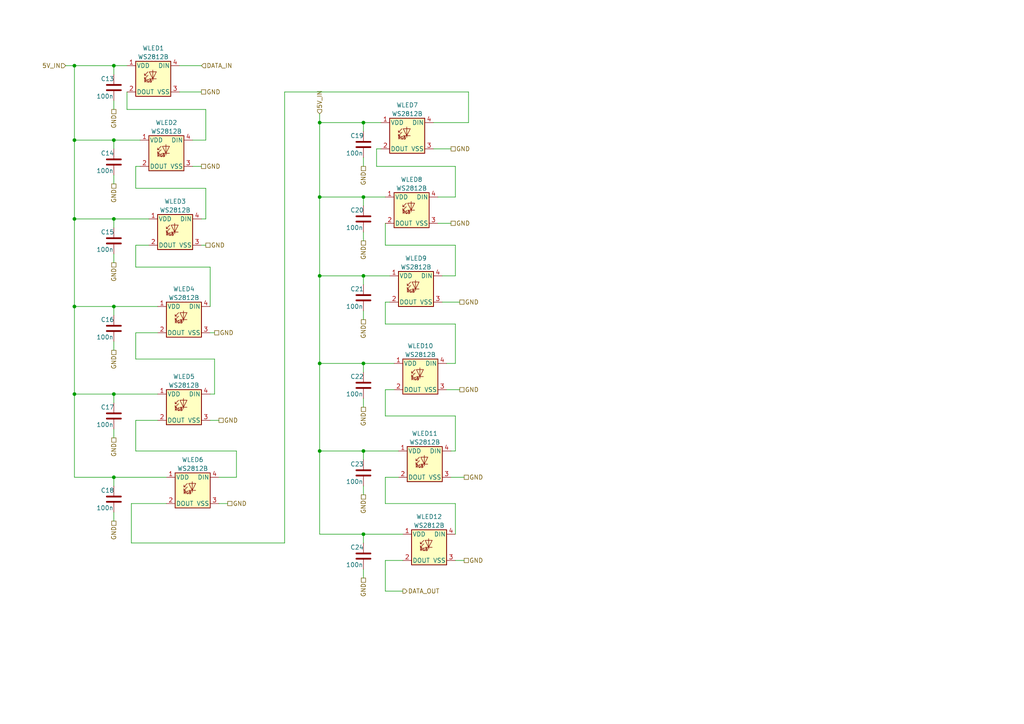
<source format=kicad_sch>
(kicad_sch (version 20230121) (generator eeschema)
  (paper "A4")
  (lib_symbols
    (symbol "000_Capacitor_Film_Immo:cap_film_0805" (pin_numbers hide) (pin_names (offset 0.254))
      (property "Reference" "C" (at 0.635 2.54 0))
      (property "Value" "cap_film_0805" (at 0.635 -2.54 0))
      (symbol "cap_film_0805_0_1"
        (polyline (pts (xy -2.032 -0.762) (xy 2.032 -0.762)) (stroke (width 0.508)))
        (polyline (pts (xy -2.032 0.762) (xy 2.032 0.762)) (stroke (width 0.508)))
      )
      (symbol "cap_film_0805_1_1"
        (pin passive line (at 0 3.81 270) (length 2.794) (name "~") (number "1"))
        (pin passive line (at 0 -3.81 90) (length 2.794) (name "~") (number "2"))
      )
    )
    (symbol "000_Diodes_Immo:WS2812B" (pin_names (offset 0.254))
      (property "Reference" "WLED" (at 5.08 5.715 0))
      (property "Value" "WS2812B" (at 5.08 1.27 0))
      (symbol "WS2812B_0_0"
        (text "RGB" (at -1.524 -0.635 0) (effects (font (size 0.762 0.762))))
      )
      (symbol "WS2812B_0_1"
        (polyline (pts (xy -2.54 0) (xy -2.032 0)))
        (polyline (pts (xy -2.54 1.016) (xy -2.032 1.016)))
        (polyline (pts (xy 0.889 0) (xy -1.143 0)))
        (polyline (pts (xy -1.524 1.016) (xy -2.54 0) (xy -2.54 0.508)))
        (polyline (pts (xy -1.524 2.032) (xy -2.54 1.016) (xy -2.54 1.524)))
        (polyline (pts (xy -0.127 2.54) (xy -0.127 0) (xy -0.127 -0.508)))
        (polyline (pts (xy 0.889 2.032) (xy -1.143 2.032) (xy -0.127 0) (xy 0.889 2.032)))
        (rectangle (start 5.08 5.08) (end -5.08 -5.08) (stroke (width 0.254)) (fill (type background)))
      )
      (symbol "WS2812B_1_1"
        (pin power_in line (at -7.62 3.81 0) (length 2.54) (name "VDD") (number "1"))
        (pin output line (at -7.62 -3.81 0) (length 2.54) (name "DOUT") (number "2"))
        (pin power_in line (at 7.62 -3.81 180) (length 2.54) (name "VSS") (number "3"))
        (pin input line (at 7.62 3.81 180) (length 2.54) (name "DIN") (number "4"))
      )
    )
  )
  (junction (at 33.02 138.43))
  (junction (at 21.59 114.3))
  (junction (at 105.41 35.56))
  (junction (at 33.02 88.9))
  (junction (at 105.41 130.81))
  (junction (at 33.02 114.3))
  (junction (at 33.02 19.05))
  (junction (at 21.59 40.64))
  (junction (at 21.59 19.05))
  (junction (at 21.59 88.9))
  (junction (at 105.41 154.94))
  (junction (at 92.71 57.15))
  (junction (at 105.41 57.15))
  (junction (at 92.71 130.81))
  (junction (at 33.02 63.5))
  (junction (at 92.71 80.01))
  (junction (at 105.41 105.41))
  (junction (at 92.71 35.56))
  (junction (at 21.59 63.5))
  (junction (at 105.41 80.01))
  (junction (at 92.71 105.41))
  (junction (at 33.02 40.64))
  (wire (pts (xy 132.08 48.26) (xy 109.22 48.26)))
  (wire (pts (xy 110.49 35.56) (xy 105.41 35.56)))
  (wire (pts (xy 63.5 146.05) (xy 66.04 146.05)))
  (wire (pts (xy 132.08 80.01) (xy 132.08 71.12)))
  (wire (pts (xy 39.37 54.61) (xy 39.37 48.26)))
  (wire (pts (xy 92.71 57.15) (xy 92.71 35.56)))
  (wire (pts (xy 33.02 99.06) (xy 33.02 101.6)))
  (wire (pts (xy 48.26 138.43) (xy 33.02 138.43)))
  (wire (pts (xy 39.37 121.92) (xy 45.72 121.92)))
  (wire (pts (xy 60.96 96.52) (xy 62.23 96.52)))
  (wire (pts (xy 105.41 80.01) (xy 105.41 82.55)))
  (wire (pts (xy 48.26 146.05) (xy 38.1 146.05)))
  (wire (pts (xy 33.02 29.21) (xy 33.02 31.75)))
  (wire (pts (xy 111.76 120.65) (xy 132.08 120.65)))
  (wire (pts (xy 38.1 157.48) (xy 82.55 157.48)))
  (wire (pts (xy 21.59 88.9) (xy 21.59 114.3)))
  (wire (pts (xy 33.02 138.43) (xy 33.02 140.97)))
  (wire (pts (xy 111.76 171.45) (xy 116.84 171.45)))
  (wire (pts (xy 114.3 113.03) (xy 111.76 113.03)))
  (wire (pts (xy 105.41 80.01) (xy 92.71 80.01)))
  (wire (pts (xy 111.76 71.12) (xy 111.76 64.77)))
  (wire (pts (xy 105.41 115.57) (xy 105.41 118.11)))
  (wire (pts (xy 92.71 105.41) (xy 92.71 130.81)))
  (wire (pts (xy 39.37 48.26) (xy 40.64 48.26)))
  (wire (pts (xy 114.3 105.41) (xy 105.41 105.41)))
  (wire (pts (xy 38.1 146.05) (xy 38.1 157.48)))
  (wire (pts (xy 36.83 31.75) (xy 36.83 26.67)))
  (wire (pts (xy 132.08 93.98) (xy 111.76 93.98)))
  (wire (pts (xy 129.54 105.41) (xy 132.08 105.41)))
  (wire (pts (xy 125.73 35.56) (xy 135.89 35.56)))
  (wire (pts (xy 39.37 96.52) (xy 39.37 104.14)))
  (wire (pts (xy 105.41 67.31) (xy 105.41 69.85)))
  (wire (pts (xy 21.59 138.43) (xy 33.02 138.43)))
  (wire (pts (xy 33.02 40.64) (xy 33.02 43.18)))
  (wire (pts (xy 134.62 138.43) (xy 130.81 138.43)))
  (wire (pts (xy 33.02 73.66) (xy 33.02 76.2)))
  (wire (pts (xy 45.72 88.9) (xy 33.02 88.9)))
  (wire (pts (xy 92.71 80.01) (xy 92.71 105.41)))
  (wire (pts (xy 105.41 165.1) (xy 105.41 167.64)))
  (wire (pts (xy 92.71 57.15) (xy 92.71 80.01)))
  (wire (pts (xy 21.59 40.64) (xy 33.02 40.64)))
  (wire (pts (xy 59.69 31.75) (xy 36.83 31.75)))
  (wire (pts (xy 33.02 114.3) (xy 33.02 116.84)))
  (wire (pts (xy 127 57.15) (xy 132.08 57.15)))
  (wire (pts (xy 33.02 114.3) (xy 45.72 114.3)))
  (wire (pts (xy 105.41 35.56) (xy 105.41 38.1)))
  (wire (pts (xy 33.02 19.05) (xy 33.02 21.59)))
  (wire (pts (xy 55.88 48.26) (xy 58.42 48.26)))
  (wire (pts (xy 59.69 54.61) (xy 39.37 54.61)))
  (wire (pts (xy 128.27 80.01) (xy 132.08 80.01)))
  (wire (pts (xy 132.08 93.98) (xy 132.08 105.41)))
  (wire (pts (xy 19.05 19.05) (xy 21.59 19.05)))
  (wire (pts (xy 105.41 57.15) (xy 92.71 57.15)))
  (wire (pts (xy 33.02 63.5) (xy 33.02 66.04)))
  (wire (pts (xy 36.83 19.05) (xy 33.02 19.05)))
  (wire (pts (xy 21.59 88.9) (xy 33.02 88.9)))
  (wire (pts (xy 111.76 113.03) (xy 111.76 120.65)))
  (wire (pts (xy 52.07 26.67) (xy 58.42 26.67)))
  (wire (pts (xy 115.57 130.81) (xy 105.41 130.81)))
  (wire (pts (xy 40.64 40.64) (xy 33.02 40.64)))
  (wire (pts (xy 21.59 40.64) (xy 21.59 63.5)))
  (wire (pts (xy 132.08 154.94) (xy 132.08 146.05)))
  (wire (pts (xy 128.27 87.63) (xy 133.35 87.63)))
  (wire (pts (xy 116.84 154.94) (xy 105.41 154.94)))
  (wire (pts (xy 109.22 43.18) (xy 110.49 43.18)))
  (wire (pts (xy 68.58 130.81) (xy 39.37 130.81)))
  (wire (pts (xy 39.37 77.47) (xy 39.37 71.12)))
  (wire (pts (xy 21.59 63.5) (xy 33.02 63.5)))
  (wire (pts (xy 132.08 162.56) (xy 134.62 162.56)))
  (wire (pts (xy 68.58 138.43) (xy 63.5 138.43)))
  (wire (pts (xy 125.73 43.18) (xy 130.81 43.18)))
  (wire (pts (xy 92.71 154.94) (xy 92.71 130.81)))
  (wire (pts (xy 60.96 77.47) (xy 60.96 88.9)))
  (wire (pts (xy 45.72 96.52) (xy 39.37 96.52)))
  (wire (pts (xy 111.76 93.98) (xy 111.76 87.63)))
  (wire (pts (xy 111.76 138.43) (xy 115.57 138.43)))
  (wire (pts (xy 55.88 40.64) (xy 59.69 40.64)))
  (wire (pts (xy 127 64.77) (xy 130.81 64.77)))
  (wire (pts (xy 60.96 114.3) (xy 62.23 114.3)))
  (wire (pts (xy 59.69 63.5) (xy 59.69 54.61)))
  (wire (pts (xy 105.41 45.72) (xy 105.41 48.26)))
  (wire (pts (xy 132.08 71.12) (xy 111.76 71.12)))
  (wire (pts (xy 21.59 19.05) (xy 33.02 19.05)))
  (wire (pts (xy 58.42 63.5) (xy 59.69 63.5)))
  (wire (pts (xy 105.41 154.94) (xy 92.71 154.94)))
  (wire (pts (xy 33.02 124.46) (xy 33.02 127)))
  (wire (pts (xy 105.41 90.17) (xy 105.41 92.71)))
  (wire (pts (xy 135.89 26.67) (xy 135.89 35.56)))
  (wire (pts (xy 60.96 121.92) (xy 63.5 121.92)))
  (wire (pts (xy 105.41 154.94) (xy 105.41 157.48)))
  (wire (pts (xy 132.08 57.15) (xy 132.08 48.26)))
  (wire (pts (xy 111.76 162.56) (xy 111.76 171.45)))
  (wire (pts (xy 132.08 146.05) (xy 111.76 146.05)))
  (wire (pts (xy 33.02 148.59) (xy 33.02 151.13)))
  (wire (pts (xy 129.54 113.03) (xy 133.35 113.03)))
  (wire (pts (xy 59.69 40.64) (xy 59.69 31.75)))
  (wire (pts (xy 105.41 105.41) (xy 105.41 107.95)))
  (wire (pts (xy 130.81 130.81) (xy 132.08 130.81)))
  (wire (pts (xy 111.76 146.05) (xy 111.76 138.43)))
  (wire (pts (xy 105.41 140.97) (xy 105.41 143.51)))
  (wire (pts (xy 68.58 138.43) (xy 68.58 130.81)))
  (wire (pts (xy 21.59 114.3) (xy 21.59 138.43)))
  (wire (pts (xy 39.37 104.14) (xy 62.23 104.14)))
  (wire (pts (xy 39.37 71.12) (xy 43.18 71.12)))
  (wire (pts (xy 33.02 88.9) (xy 33.02 91.44)))
  (wire (pts (xy 43.18 63.5) (xy 33.02 63.5)))
  (wire (pts (xy 132.08 120.65) (xy 132.08 130.81)))
  (wire (pts (xy 92.71 33.02) (xy 92.71 35.56)))
  (wire (pts (xy 39.37 130.81) (xy 39.37 121.92)))
  (wire (pts (xy 105.41 130.81) (xy 105.41 133.35)))
  (wire (pts (xy 21.59 19.05) (xy 21.59 40.64)))
  (wire (pts (xy 111.76 57.15) (xy 105.41 57.15)))
  (wire (pts (xy 82.55 26.67) (xy 135.89 26.67)))
  (wire (pts (xy 33.02 50.8) (xy 33.02 53.34)))
  (wire (pts (xy 109.22 48.26) (xy 109.22 43.18)))
  (wire (pts (xy 111.76 87.63) (xy 113.03 87.63)))
  (wire (pts (xy 58.42 19.05) (xy 52.07 19.05)))
  (wire (pts (xy 105.41 57.15) (xy 105.41 59.69)))
  (wire (pts (xy 116.84 162.56) (xy 111.76 162.56)))
  (wire (pts (xy 105.41 105.41) (xy 92.71 105.41)))
  (wire (pts (xy 59.69 71.12) (xy 58.42 71.12)))
  (wire (pts (xy 92.71 35.56) (xy 105.41 35.56)))
  (wire (pts (xy 82.55 26.67) (xy 82.55 157.48)))
  (wire (pts (xy 21.59 114.3) (xy 33.02 114.3)))
  (wire (pts (xy 113.03 80.01) (xy 105.41 80.01)))
  (wire (pts (xy 60.96 77.47) (xy 39.37 77.47)))
  (wire (pts (xy 105.41 130.81) (xy 92.71 130.81)))
  (wire (pts (xy 62.23 104.14) (xy 62.23 114.3)))
  (wire (pts (xy 21.59 63.5) (xy 21.59 88.9)))
  (hierarchical_label "GND" (shape passive) (at 58.42 26.67 0))
  (hierarchical_label "5V_IN" (shape input) (at 92.71 33.02 90))
  (hierarchical_label "5V_IN" (shape input) (at 19.05 19.05 180))
  (hierarchical_label "GND" (shape passive) (at 33.02 53.34 270))
  (hierarchical_label "GND" (shape passive) (at 105.41 48.26 270))
  (hierarchical_label "GND" (shape passive) (at 134.62 162.56 0))
  (hierarchical_label "GND" (shape passive) (at 133.35 87.63 0))
  (hierarchical_label "GND" (shape passive) (at 33.02 76.2 270))
  (hierarchical_label "GND" (shape passive) (at 105.41 69.85 270))
  (hierarchical_label "GND" (shape passive) (at 134.62 138.43 0))
  (hierarchical_label "GND" (shape passive) (at 33.02 101.6 270))
  (hierarchical_label "GND" (shape passive) (at 33.02 31.75 270))
  (hierarchical_label "GND" (shape passive) (at 105.41 92.71 270))
  (hierarchical_label "GND" (shape passive) (at 133.35 113.03 0))
  (hierarchical_label "GND" (shape passive) (at 33.02 151.13 270))
  (hierarchical_label "GND" (shape passive) (at 62.23 96.52 0))
  (hierarchical_label "GND" (shape passive) (at 58.42 48.26 0))
  (hierarchical_label "GND" (shape passive) (at 66.04 146.05 0))
  (hierarchical_label "GND" (shape passive) (at 59.69 71.12 0))
  (hierarchical_label "DATA_OUT" (shape output) (at 116.84 171.45 0))
  (hierarchical_label "GND" (shape passive) (at 33.02 127 270))
  (hierarchical_label "GND" (shape passive) (at 63.5 121.92 0))
  (hierarchical_label "GND" (shape passive) (at 130.81 64.77 0))
  (hierarchical_label "DATA_IN" (shape input) (at 58.42 19.05 0))
  (hierarchical_label "GND" (shape passive) (at 105.41 118.11 270))
  (hierarchical_label "GND" (shape passive) (at 105.41 167.64 270))
  (hierarchical_label "GND" (shape passive) (at 130.81 43.18 0))
  (hierarchical_label "GND" (shape passive) (at 105.41 143.51 270))
  (symbol (lib_id "000_Capacitor_Film_Immo:cap_film_0805") (at 105.41 63.5 0) (unit 1)
    (property "Reference" "C20" (at 101.6 60.96 0) (effects (justify left)))
    (property "Value" "100n" (at 100.33 66.04 0) (effects (justify left)))
    (property "Footprint" "Capacitor_SMD:C_0805_2012Metric_Pad1.18x1.45mm_HandSolder" (effects hide))
  )
  (symbol (lib_id "000_Capacitor_Film_Immo:cap_film_0805") (at 33.02 120.65 0) (unit 1)
    (property "Reference" "C17" (at 29.21 118.11 0) (effects (justify left)))
    (property "Value" "100n" (at 27.94 123.19 0) (effects (justify left)))
    (property "Footprint" "Capacitor_SMD:C_0805_2012Metric_Pad1.18x1.45mm_HandSolder" (effects hide))
  )
  (symbol (lib_id "000_Diodes_Immo:WS2812B") (at 48.26 44.45 0) (unit 1)
    (property "Reference" "WLED2" (at 48.26 35.56 0))
    (property "Value" "WS2812B" (at 48.26 38.1 0))
    (property "Footprint" "LED_SMD:LED_WS2812B_PLCC4_5.0x5.0mm_P3.2mm" (effects hide))
    (property "Datasheet" "https://cdn-shop.adafruit.com/datasheets/WS2812B.pdf" (effects hide))
  )
  (symbol (lib_id "000_Diodes_Immo:WS2812B") (at 50.8 67.31 0) (unit 1)
    (property "Reference" "WLED3" (at 50.8 58.42 0))
    (property "Value" "WS2812B" (at 50.8 60.96 0))
    (property "Footprint" "LED_SMD:LED_WS2812B_PLCC4_5.0x5.0mm_P3.2mm" (effects hide))
    (property "Datasheet" "https://cdn-shop.adafruit.com/datasheets/WS2812B.pdf" (effects hide))
  )
  (symbol (lib_id "000_Capacitor_Film_Immo:cap_film_0805") (at 33.02 95.25 0) (unit 1)
    (property "Reference" "C16" (at 29.21 92.71 0) (effects (justify left)))
    (property "Value" "100n" (at 27.94 97.79 0) (effects (justify left)))
    (property "Footprint" "Capacitor_SMD:C_0805_2012Metric_Pad1.18x1.45mm_HandSolder" (effects hide))
  )
  (symbol (lib_id "000_Diodes_Immo:WS2812B") (at 118.11 39.37 0) (unit 1)
    (property "Reference" "WLED7" (at 118.11 30.48 0))
    (property "Value" "WS2812B" (at 118.11 33.02 0))
    (property "Footprint" "LED_SMD:LED_WS2812B_PLCC4_5.0x5.0mm_P3.2mm" (effects hide))
    (property "Datasheet" "https://cdn-shop.adafruit.com/datasheets/WS2812B.pdf" (effects hide))
  )
  (symbol (lib_id "000_Capacitor_Film_Immo:cap_film_0805") (at 33.02 144.78 0) (unit 1)
    (property "Reference" "C18" (at 29.21 142.24 0) (effects (justify left)))
    (property "Value" "100n" (at 27.94 147.32 0) (effects (justify left)))
    (property "Footprint" "Capacitor_SMD:C_0805_2012Metric_Pad1.18x1.45mm_HandSolder" (effects hide))
  )
  (symbol (lib_id "000_Diodes_Immo:WS2812B") (at 124.46 158.75 0) (unit 1)
    (property "Reference" "WLED12" (at 124.46 149.86 0))
    (property "Value" "WS2812B" (at 124.46 152.4 0))
    (property "Footprint" "LED_SMD:LED_WS2812B_PLCC4_5.0x5.0mm_P3.2mm" (effects hide))
    (property "Datasheet" "https://cdn-shop.adafruit.com/datasheets/WS2812B.pdf" (effects hide))
  )
  (symbol (lib_id "000_Capacitor_Film_Immo:cap_film_0805") (at 105.41 161.29 0) (unit 1)
    (property "Reference" "C24" (at 101.6 158.75 0) (effects (justify left)))
    (property "Value" "100n" (at 100.33 163.83 0) (effects (justify left)))
    (property "Footprint" "Capacitor_SMD:C_0805_2012Metric_Pad1.18x1.45mm_HandSolder" (effects hide))
  )
  (symbol (lib_id "000_Capacitor_Film_Immo:cap_film_0805") (at 33.02 25.4 0) (unit 1)
    (property "Reference" "C13" (at 29.21 22.86 0) (effects (justify left)))
    (property "Value" "100n" (at 27.94 27.94 0) (effects (justify left)))
    (property "Footprint" "Capacitor_SMD:C_0805_2012Metric_Pad1.18x1.45mm_HandSolder" (effects hide))
  )
  (symbol (lib_id "000_Capacitor_Film_Immo:cap_film_0805") (at 33.02 46.99 0) (unit 1)
    (property "Reference" "C14" (at 29.21 44.45 0) (effects (justify left)))
    (property "Value" "100n" (at 27.94 49.53 0) (effects (justify left)))
    (property "Footprint" "Capacitor_SMD:C_0805_2012Metric_Pad1.18x1.45mm_HandSolder" (effects hide))
  )
  (symbol (lib_id "000_Diodes_Immo:WS2812B") (at 55.88 142.24 0) (unit 1)
    (property "Reference" "WLED6" (at 55.88 133.35 0))
    (property "Value" "WS2812B" (at 55.88 135.89 0))
    (property "Footprint" "LED_SMD:LED_WS2812B_PLCC4_5.0x5.0mm_P3.2mm" (effects hide))
    (property "Datasheet" "https://cdn-shop.adafruit.com/datasheets/WS2812B.pdf" (effects hide))
  )
  (symbol (lib_id "000_Capacitor_Film_Immo:cap_film_0805") (at 105.41 137.16 0) (unit 1)
    (property "Reference" "C23" (at 101.6 134.62 0) (effects (justify left)))
    (property "Value" "100n" (at 100.33 139.7 0) (effects (justify left)))
    (property "Footprint" "Capacitor_SMD:C_0805_2012Metric_Pad1.18x1.45mm_HandSolder" (effects hide))
  )
  (symbol (lib_id "000_Capacitor_Film_Immo:cap_film_0805") (at 105.41 111.76 0) (unit 1)
    (property "Reference" "C22" (at 101.6 109.22 0) (effects (justify left)))
    (property "Value" "100n" (at 100.33 114.3 0) (effects (justify left)))
    (property "Footprint" "Capacitor_SMD:C_0805_2012Metric_Pad1.18x1.45mm_HandSolder" (effects hide))
  )
  (symbol (lib_id "000_Capacitor_Film_Immo:cap_film_0805") (at 105.41 41.91 0) (unit 1)
    (property "Reference" "C19" (at 101.6 39.37 0) (effects (justify left)))
    (property "Value" "100n" (at 100.33 44.45 0) (effects (justify left)))
    (property "Footprint" "Capacitor_SMD:C_0805_2012Metric_Pad1.18x1.45mm_HandSolder" (effects hide))
  )
  (symbol (lib_id "000_Diodes_Immo:WS2812B") (at 53.34 92.71 0) (unit 1)
    (property "Reference" "WLED4" (at 53.34 83.82 0))
    (property "Value" "WS2812B" (at 53.34 86.36 0))
    (property "Footprint" "LED_SMD:LED_WS2812B_PLCC4_5.0x5.0mm_P3.2mm" (effects hide))
    (property "Datasheet" "https://cdn-shop.adafruit.com/datasheets/WS2812B.pdf" (effects hide))
  )
  (symbol (lib_id "000_Diodes_Immo:WS2812B") (at 44.45 22.86 0) (unit 1)
    (property "Reference" "WLED1" (at 44.45 13.97 0))
    (property "Value" "WS2812B" (at 44.45 16.51 0))
    (property "Footprint" "LED_SMD:LED_WS2812B_PLCC4_5.0x5.0mm_P3.2mm" (effects hide))
    (property "Datasheet" "https://cdn-shop.adafruit.com/datasheets/WS2812B.pdf" (effects hide))
  )
  (symbol (lib_id "000_Capacitor_Film_Immo:cap_film_0805") (at 105.41 86.36 0) (unit 1)
    (property "Reference" "C21" (at 101.6 83.82 0) (effects (justify left)))
    (property "Value" "100n" (at 100.33 88.9 0) (effects (justify left)))
    (property "Footprint" "Capacitor_SMD:C_0805_2012Metric_Pad1.18x1.45mm_HandSolder" (effects hide))
  )
  (symbol (lib_id "000_Diodes_Immo:WS2812B") (at 120.65 83.82 0) (unit 1)
    (property "Reference" "WLED9" (at 120.65 74.93 0))
    (property "Value" "WS2812B" (at 120.65 77.47 0))
    (property "Footprint" "LED_SMD:LED_WS2812B_PLCC4_5.0x5.0mm_P3.2mm" (effects hide))
    (property "Datasheet" "https://cdn-shop.adafruit.com/datasheets/WS2812B.pdf" (effects hide))
  )
  (symbol (lib_id "000_Diodes_Immo:WS2812B") (at 119.38 60.96 0) (unit 1)
    (property "Reference" "WLED8" (at 119.38 52.07 0))
    (property "Value" "WS2812B" (at 119.38 54.61 0))
    (property "Footprint" "LED_SMD:LED_WS2812B_PLCC4_5.0x5.0mm_P3.2mm" (effects hide))
    (property "Datasheet" "https://cdn-shop.adafruit.com/datasheets/WS2812B.pdf" (effects hide))
  )
  (symbol (lib_id "000_Diodes_Immo:WS2812B") (at 121.92 109.22 0) (unit 1)
    (property "Reference" "WLED10" (at 121.92 100.33 0))
    (property "Value" "WS2812B" (at 121.92 102.87 0))
    (property "Footprint" "LED_SMD:LED_WS2812B_PLCC4_5.0x5.0mm_P3.2mm" (effects hide))
    (property "Datasheet" "https://cdn-shop.adafruit.com/datasheets/WS2812B.pdf" (effects hide))
  )
  (symbol (lib_id "000_Diodes_Immo:WS2812B") (at 53.34 118.11 0) (unit 1)
    (property "Reference" "WLED5" (at 53.34 109.22 0))
    (property "Value" "WS2812B" (at 53.34 111.76 0))
    (property "Footprint" "LED_SMD:LED_WS2812B_PLCC4_5.0x5.0mm_P3.2mm" (effects hide))
    (property "Datasheet" "https://cdn-shop.adafruit.com/datasheets/WS2812B.pdf" (effects hide))
  )
  (symbol (lib_id "000_Diodes_Immo:WS2812B") (at 123.19 134.62 0) (unit 1)
    (property "Reference" "WLED11" (at 123.19 125.73 0))
    (property "Value" "WS2812B" (at 123.19 128.27 0))
    (property "Footprint" "LED_SMD:LED_WS2812B_PLCC4_5.0x5.0mm_P3.2mm" (effects hide))
    (property "Datasheet" "https://cdn-shop.adafruit.com/datasheets/WS2812B.pdf" (effects hide))
  )
  (symbol (lib_id "000_Capacitor_Film_Immo:cap_film_0805") (at 33.02 69.85 0) (unit 1)
    (property "Reference" "C15" (at 29.21 67.31 0) (effects (justify left)))
    (property "Value" "100n" (at 27.94 72.39 0) (effects (justify left)))
    (property "Footprint" "Capacitor_SMD:C_0805_2012Metric_Pad1.18x1.45mm_HandSolder" (effects hide))
  )
)
</source>
